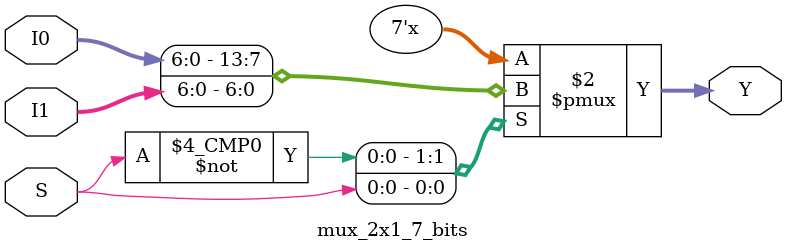
<source format=v>
module mux_2x1_7_bits (output reg [6:0] Y, input S, input [6:0] I0, I1);
always @ (S, I0, I1)
	case (S)
		1'b0: Y<=I0;
		1'b1: Y<=I1;
	endcase
endmodule

</source>
